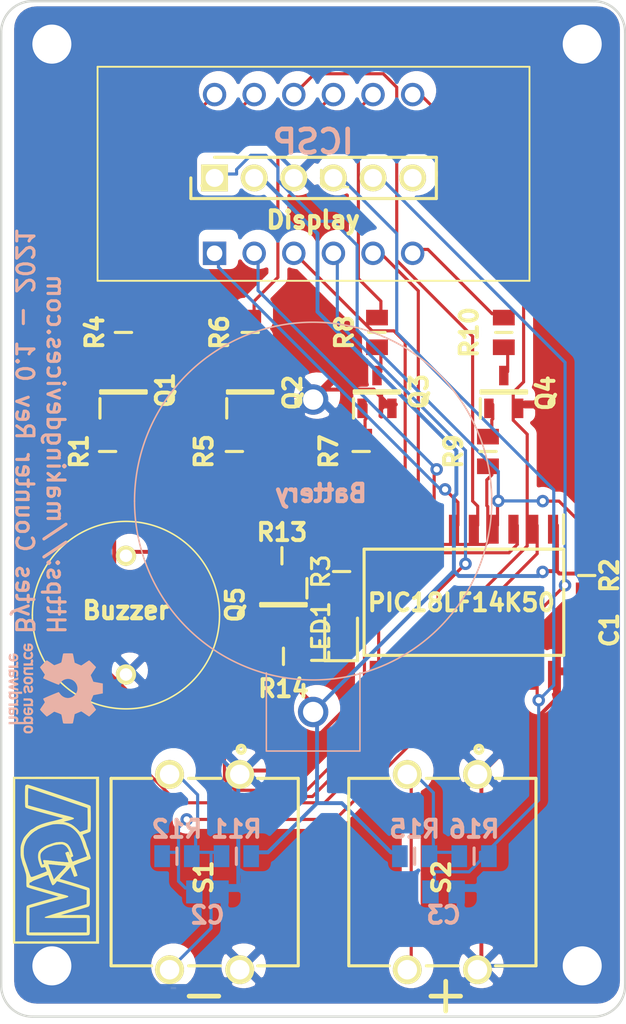
<source format=kicad_pcb>
(kicad_pcb (version 20171130) (host pcbnew "(5.1.10)-1")
  (layers (0 F.Cu signal hide) (31 B.Cu signal hide) (34 B.Paste user) (35 F.Paste user) (36 B.SilkS user) (37 F.SilkS user) (38 B.Mask user) (39 F.Mask user) (44 Edge.Cuts user))
  (net 0 "")
  (net 1 gnd)
  (net 2 +3V)
  (net 3 /B_2)
  (net 4 /B_1)
  (net 5 "Net-(IC1-Pad17)")
  (net 6 /D_a)
  (net 7 /D_b)
  (net 8 /D_c)
  (net 9 /C_1)
  (net 10 /C_2)
  (net 11 /C_3)
  (net 12 /C_4)
  (net 13 /D_dp)
  (net 14 /D_g)
  (net 15 /D_d)
  (net 16 /D_e)
  (net 17 /D_f)
  (net 18 "Net-(IC1-Pad3)")
  (net 19 /C_Buzzer)
  (net 20 "Net-(LED1-Pad2)")
  (net 21 "Net-(LS1-Pad1)")
  (net 22 "Net-(Q1-Pad3)")
  (net 23 "Net-(Q1-Pad1)")
  (net 24 "Net-(Q2-Pad3)")
  (net 25 "Net-(Q2-Pad1)")
  (net 26 "Net-(Q3-Pad3)")
  (net 27 "Net-(Q3-Pad1)")
  (net 28 "Net-(Q4-Pad3)")
  (net 29 "Net-(Q4-Pad1)")
  (net 30 "Net-(Q5-Pad3)")
  (net 31 "Net-(Q5-Pad1)")
  (net 32 /CC_1)
  (net 33 /CC_2)
  (net 34 /CC_3)
  (net 35 /CC_4)
  (net 36 "Net-(R11-Pad1)")
  (net 37 "Net-(R15-Pad1)")
  (net 38 /MCLR)
  (net 39 "Net-(J1-Pad6)")
  (module Symbol:OSHW-Logo_5.7x6mm_SilkScreen (layer B.Cu) (at 104.25 70.25 90)
    (fp_text reference REF** hide)
    (fp_text value OSHW-Logo_5.7x6mm_SilkScreen hide)
  )
  (module MDV:logo_MDV_3 (layer F.Cu) (at 104.25 81.25 90)
    (fp_text reference G*** hide)
    (fp_text value LOGO hide)
  )
  (module SamacSys_Parts:B3F-4000 (layer F.Cu) (at 113.796 81.998 90)
    (fp_text reference S1 (at -0.33 -0.055 90) (layer F.SilkS) (effects (font (size 1.1 1.1) (thickness 0.254))))
    (fp_text value B3F-4050-SamacSys_Parts hide)
    (pad 4 thru_hole circle (at -6.25 -2.25 180) (size 1.85 1.85) (drill 1.25) (layers *.Cu *.Mask F.SilkS) (net 36 "Net-(R11-Pad1)"))
    (pad 3 thru_hole circle (at 6.25 -2.25 180) (size 1.85 1.85) (drill 1.25) (layers *.Cu *.Mask F.SilkS) (net 36 "Net-(R11-Pad1)"))
    (pad 2 thru_hole circle (at -6.25 2.25 180) (size 1.85 1.85) (drill 1.25) (layers *.Cu *.Mask F.SilkS) (net 1 gnd))
    (pad 1 thru_hole circle (at 6.25 2.25 180) (size 1.85 1.85) (drill 1.25) (layers *.Cu *.Mask F.SilkS) (net 1 gnd))
  )
  (module SamacSys_Parts:B3F-4000 (layer F.Cu) (at 129.036 81.998 90)
    (fp_text reference S2 (at -0.33 -0.055 90) (layer F.SilkS) (effects (font (size 1.1 1.1) (thickness 0.254))))
    (fp_text value B3F-4050-SamacSys_Parts hide)
    (pad 4 thru_hole circle (at -6.25 -2.25 180) (size 1.85 1.85) (drill 1.25) (layers *.Cu *.Mask F.SilkS) (net 37 "Net-(R15-Pad1)"))
    (pad 3 thru_hole circle (at 6.25 -2.25 180) (size 1.85 1.85) (drill 1.25) (layers *.Cu *.Mask F.SilkS) (net 37 "Net-(R15-Pad1)"))
    (pad 2 thru_hole circle (at -6.25 2.25 180) (size 1.85 1.85) (drill 1.25) (layers *.Cu *.Mask F.SilkS) (net 1 gnd))
    (pad 1 thru_hole circle (at 6.25 2.25 180) (size 1.85 1.85) (drill 1.25) (layers *.Cu *.Mask F.SilkS) (net 1 gnd))
  )
  (module SamacSys_Parts_2:CH0752032 (layer B.Cu) (at 120.75 71.75)
    (fp_text reference U2 hide)
    (fp_text value CH075-2032 hide)
    (pad 2 thru_hole circle (at 0 -20) (size 1.95 1.95) (drill 1.3) (layers *.Cu *.Mask) (net 1 gnd))
    (pad 1 thru_hole circle (at 0 0) (size 1.95 1.95) (drill 1.3) (layers *.Cu *.Mask) (net 2 +3V))
  )
  (module Display_7Segment:CA56-12EWA (layer F.Cu) (at 114.43 42.39 90)
    (fp_text reference U1 (at 4.74 7.67) (layer F.SilkS) (effects (font (size 1.1 1.1))))
    (fp_text value CC56-12EWA)
    (pad 12 thru_hole circle (at 10.16 0 90) (size 1.5 1.5) (drill 1) (layers *.Cu *.Mask) (net 32 /CC_1))
    (pad 11 thru_hole circle (at 10.16 2.54 90) (size 1.5 1.5) (drill 1) (layers *.Cu *.Mask) (net 6 /D_a))
    (pad 10 thru_hole circle (at 10.16 5.08 90) (size 1.5 1.5) (drill 1) (layers *.Cu *.Mask) (net 17 /D_f))
    (pad 9 thru_hole circle (at 10.16 7.62 90) (size 1.5 1.5) (drill 1) (layers *.Cu *.Mask) (net 33 /CC_2))
    (pad 8 thru_hole circle (at 10.16 10.16 90) (size 1.5 1.5) (drill 1) (layers *.Cu *.Mask) (net 34 /CC_3))
    (pad 7 thru_hole circle (at 10.16 12.7 90) (size 1.5 1.5) (drill 1) (layers *.Cu *.Mask) (net 7 /D_b))
    (pad 6 thru_hole circle (at 0 12.7 90) (size 1.5 1.5) (drill 1) (layers *.Cu *.Mask) (net 35 /CC_4))
    (pad 5 thru_hole circle (at 0 10.16 90) (size 1.5 1.5) (drill 1) (layers *.Cu *.Mask) (net 14 /D_g))
    (pad 4 thru_hole circle (at 0 7.62 90) (size 1.5 1.5) (drill 1) (layers *.Cu *.Mask) (net 8 /D_c))
    (pad 3 thru_hole circle (at 0 5.08 90) (size 1.5 1.5) (drill 1) (layers *.Cu *.Mask) (net 13 /D_dp))
    (pad 2 thru_hole circle (at 0 2.54 90) (size 1.5 1.5) (drill 1) (layers *.Cu *.Mask) (net 15 /D_d))
    (pad 1 thru_hole rect (at 0 0 90) (size 1.5 1.5) (drill 1) (layers *.Cu *.Mask) (net 16 /D_e))
  )
  (module SamacSys_Parts:RESC2012X65N (layer B.Cu) (at 131.068 80.982)
    (fp_text reference R16 (at 0 -1.732) (layer B.SilkS) (effects (font (size 1.1 1.1) (thickness 0.254)) (justify mirror)))
    (fp_text value 10k hide)
    (pad 2 smd rect (at 0.95 0) (size 1 1.4) (layers B.Cu B.Paste B.Mask) (net 4 /B_1))
    (pad 1 smd rect (at -0.95 0) (size 1 1.4) (layers B.Cu B.Paste B.Mask) (net 37 "Net-(R15-Pad1)"))
  )
  (module SamacSys_Parts:RESC2012X65N (layer B.Cu) (at 127.258 80.982 180)
    (fp_text reference R15 (at 0 1.732 180) (layer B.SilkS) (effects (font (size 1.1 1.1) (thickness 0.254)) (justify mirror)))
    (fp_text value 10k hide)
    (pad 2 smd rect (at 0.95 0 180) (size 1 1.4) (layers B.Cu B.Paste B.Mask) (net 2 +3V))
    (pad 1 smd rect (at -0.95 0 180) (size 1 1.4) (layers B.Cu B.Paste B.Mask) (net 37 "Net-(R15-Pad1)"))
  )
  (module SamacSys_Parts:RESC2012X65N (layer F.Cu) (at 118.846 68.186)
    (fp_text reference R14 (at 0 2.064) (layer F.SilkS) (effects (font (size 1.1 1.1) (thickness 0.254))))
    (fp_text value 220 hide)
    (pad 2 smd rect (at 0.95 0) (size 1 1.4) (layers F.Cu F.Paste F.Mask) (net 30 "Net-(Q5-Pad3)"))
    (pad 1 smd rect (at -0.95 0) (size 1 1.4) (layers F.Cu F.Paste F.Mask) (net 2 +3V))
  )
  (module SamacSys_Parts:RESC2012X65N (layer F.Cu) (at 118.75 61.75)
    (fp_text reference R13 (at 0 -1.5) (layer F.SilkS) (effects (font (size 1.1 1.1) (thickness 0.254))))
    (fp_text value 4k7 hide)
    (pad 2 smd rect (at 0.95 0) (size 1 1.4) (layers F.Cu F.Paste F.Mask) (net 31 "Net-(Q5-Pad1)"))
    (pad 1 smd rect (at -0.95 0) (size 1 1.4) (layers F.Cu F.Paste F.Mask) (net 19 /C_Buzzer))
  )
  (module SamacSys_Parts:RESC2012X65N (layer B.Cu) (at 112.018 80.982 180)
    (fp_text reference R12 (at 0 1.732) (layer B.SilkS) (effects (font (size 1.1 1.1) (thickness 0.254)) (justify mirror)))
    (fp_text value 10k hide)
    (pad 2 smd rect (at 0.95 0 180) (size 1 1.4) (layers B.Cu B.Paste B.Mask) (net 3 /B_2))
    (pad 1 smd rect (at -0.95 0 180) (size 1 1.4) (layers B.Cu B.Paste B.Mask) (net 36 "Net-(R11-Pad1)"))
  )
  (module SamacSys_Parts:RESC2012X65N (layer B.Cu) (at 115.828 80.982)
    (fp_text reference R11 (at 0 -1.732 180) (layer B.SilkS) (effects (font (size 1.1 1.1) (thickness 0.254)) (justify mirror)))
    (fp_text value 10k hide)
    (pad 2 smd rect (at 0.95 0) (size 1 1.4) (layers B.Cu B.Paste B.Mask) (net 2 +3V))
    (pad 1 smd rect (at -0.95 0) (size 1 1.4) (layers B.Cu B.Paste B.Mask) (net 36 "Net-(R11-Pad1)"))
  )
  (module SamacSys_Parts:RESC2012X65N (layer F.Cu) (at 132.972 47.454 90)
    (fp_text reference R10 (at 0 -2.222 270) (layer F.SilkS) (effects (font (size 1.1 1.1) (thickness 0.254))))
    (fp_text value 220 hide)
    (pad 2 smd rect (at 0.95 0 90) (size 1 1.4) (layers F.Cu F.Paste F.Mask) (net 35 /CC_4))
    (pad 1 smd rect (at -0.95 0 90) (size 1 1.4) (layers F.Cu F.Paste F.Mask) (net 28 "Net-(Q4-Pad3)"))
  )
  (module SamacSys_Parts:RESC2012X65N (layer F.Cu) (at 131.956 55.074 90)
    (fp_text reference R9 (at 0 -2.206 90) (layer F.SilkS) (effects (font (size 1.1 1.1) (thickness 0.254))))
    (fp_text value 4k7 hide)
    (pad 2 smd rect (at 0.95 0 90) (size 1 1.4) (layers F.Cu F.Paste F.Mask) (net 29 "Net-(Q4-Pad1)"))
    (pad 1 smd rect (at -0.95 0 90) (size 1 1.4) (layers F.Cu F.Paste F.Mask) (net 12 /C_4))
  )
  (module SamacSys_Parts:RESC2012X65N (layer F.Cu) (at 124.844 47.454 90)
    (fp_text reference R8 (at 0 -2.094 90) (layer F.SilkS) (effects (font (size 1.1 1.1) (thickness 0.254))))
    (fp_text value 220 hide)
    (pad 2 smd rect (at 0.95 0 90) (size 1 1.4) (layers F.Cu F.Paste F.Mask) (net 34 /CC_3))
    (pad 1 smd rect (at -0.95 0 90) (size 1 1.4) (layers F.Cu F.Paste F.Mask) (net 26 "Net-(Q3-Pad3)"))
  )
  (module SamacSys_Parts:RESC2012X65N (layer F.Cu) (at 123.828 55.074 90)
    (fp_text reference R7 (at 0 -2.078 90) (layer F.SilkS) (effects (font (size 1.1 1.1) (thickness 0.254))))
    (fp_text value 4k7 hide)
    (pad 2 smd rect (at 0.95 0 90) (size 1 1.4) (layers F.Cu F.Paste F.Mask) (net 27 "Net-(Q3-Pad1)"))
    (pad 1 smd rect (at -0.95 0 90) (size 1 1.4) (layers F.Cu F.Paste F.Mask) (net 11 /C_3))
  )
  (module SamacSys_Parts:RESC2012X65N (layer F.Cu) (at 116.716 47.454 90)
    (fp_text reference R6 (at 0 -1.966 90) (layer F.SilkS) (effects (font (size 1.1 1.1) (thickness 0.254))))
    (fp_text value 220 hide)
    (pad 2 smd rect (at 0.95 0 90) (size 1 1.4) (layers F.Cu F.Paste F.Mask) (net 33 /CC_2))
    (pad 1 smd rect (at -0.95 0 90) (size 1 1.4) (layers F.Cu F.Paste F.Mask) (net 24 "Net-(Q2-Pad3)"))
  )
  (module SamacSys_Parts:RESC2012X65N (layer F.Cu) (at 115.7 55.074 90)
    (fp_text reference R5 (at 0 -1.95 90) (layer F.SilkS) (effects (font (size 1.1 1.1) (thickness 0.254))))
    (fp_text value 4k7 hide)
    (pad 2 smd rect (at 0.95 0 90) (size 1 1.4) (layers F.Cu F.Paste F.Mask) (net 25 "Net-(Q2-Pad1)"))
    (pad 1 smd rect (at -0.95 0 90) (size 1 1.4) (layers F.Cu F.Paste F.Mask) (net 10 /C_2))
  )
  (module SamacSys_Parts:RESC2012X65N (layer F.Cu) (at 108.588 47.454 90)
    (fp_text reference R4 (at 0 -1.838 90) (layer F.SilkS) (effects (font (size 1.1 1.1) (thickness 0.254))))
    (fp_text value 220 hide)
    (pad 2 smd rect (at 0.95 0 90) (size 1 1.4) (layers F.Cu F.Paste F.Mask) (net 32 /CC_1))
    (pad 1 smd rect (at -0.95 0 90) (size 1 1.4) (layers F.Cu F.Paste F.Mask) (net 22 "Net-(Q1-Pad3)"))
  )
  (module SamacSys_Parts:RESC2012X65N (layer F.Cu) (at 122.576 62.759 270)
    (fp_text reference R3 (at 0 1.326 90) (layer F.SilkS) (effects (font (size 1.1 1.1) (thickness 0.2))))
    (fp_text value 220 hide)
    (pad 2 smd rect (at 0.95 0 270) (size 1 1.4) (layers F.Cu F.Paste F.Mask) (net 20 "Net-(LED1-Pad2)"))
    (pad 1 smd rect (at -0.95 0 270) (size 1 1.4) (layers F.Cu F.Paste F.Mask) (net 18 "Net-(IC1-Pad3)"))
  )
  (module SamacSys_Parts:RESC2012X65N (layer F.Cu) (at 138.29 63.014 90)
    (fp_text reference R2 (at 0 1.46 270) (layer F.SilkS) (effects (font (size 1.1 1.1) (thickness 0.254))))
    (fp_text value 10k hide)
    (pad 2 smd rect (at 0.95 0 90) (size 1 1.4) (layers F.Cu F.Paste F.Mask) (net 38 /MCLR))
    (pad 1 smd rect (at -0.95 0 90) (size 1 1.4) (layers F.Cu F.Paste F.Mask) (net 2 +3V))
  )
  (module SamacSys_Parts:RESC2012X65N (layer F.Cu) (at 107.572 55.074 90)
    (fp_text reference R1 (at 0 -1.822 270) (layer F.SilkS) (effects (font (size 1.1 1.1) (thickness 0.254))))
    (fp_text value 4k7 hide)
    (pad 2 smd rect (at 0.95 0 90) (size 1 1.4) (layers F.Cu F.Paste F.Mask) (net 23 "Net-(Q1-Pad1)"))
    (pad 1 smd rect (at -0.95 0 90) (size 1 1.4) (layers F.Cu F.Paste F.Mask) (net 9 /C_1))
  )
  (module SamacSys_Parts:SOT96P237X111-3N (layer F.Cu) (at 118.846 64.884 270)
    (fp_text reference Q5 (at 0 3.096 270) (layer F.SilkS) (effects (font (size 1.1 1.1) (thickness 0.254))))
    (fp_text value SMMBT5551LT1G hide)
    (pad 3 smd rect (at 1.05 0) (size 0.6 1.25) (layers F.Cu F.Paste F.Mask) (net 30 "Net-(Q5-Pad3)"))
    (pad 2 smd rect (at -1.05 0.955) (size 0.6 1.25) (layers F.Cu F.Paste F.Mask) (net 21 "Net-(LS1-Pad1)"))
    (pad 1 smd rect (at -1.05 -0.955) (size 0.6 1.25) (layers F.Cu F.Paste F.Mask) (net 31 "Net-(Q5-Pad1)"))
  )
  (module SamacSys_Parts:SOT96P237X111-3N (layer F.Cu) (at 132.972 51.264 90)
    (fp_text reference Q4 (at -0.0762 2.6924 90) (layer F.SilkS) (effects (font (size 1.1 1.1) (thickness 0.254))))
    (fp_text value SMMBT5551LT1G hide)
    (pad 3 smd rect (at 1.05 0 180) (size 0.6 1.25) (layers F.Cu F.Paste F.Mask) (net 28 "Net-(Q4-Pad3)"))
    (pad 2 smd rect (at -1.05 0.955 180) (size 0.6 1.25) (layers F.Cu F.Paste F.Mask) (net 1 gnd))
    (pad 1 smd rect (at -1.05 -0.955 180) (size 0.6 1.25) (layers F.Cu F.Paste F.Mask) (net 29 "Net-(Q4-Pad1)"))
  )
  (module SamacSys_Parts:SOT96P237X111-3N (layer F.Cu) (at 124.844 51.264 90)
    (fp_text reference Q3 (at 0.0254 2.6924 270) (layer F.SilkS) (effects (font (size 1.1 1.1) (thickness 0.254))))
    (fp_text value SMMBT5551LT1G hide)
    (pad 3 smd rect (at 1.05 0 180) (size 0.6 1.25) (layers F.Cu F.Paste F.Mask) (net 26 "Net-(Q3-Pad3)"))
    (pad 2 smd rect (at -1.05 0.955 180) (size 0.6 1.25) (layers F.Cu F.Paste F.Mask) (net 1 gnd))
    (pad 1 smd rect (at -1.05 -0.955 180) (size 0.6 1.25) (layers F.Cu F.Paste F.Mask) (net 27 "Net-(Q3-Pad1)"))
  )
  (module SamacSys_Parts:SOT96P237X111-3N (layer F.Cu) (at 116.716 51.264 90)
    (fp_text reference Q2 (at -0.0422 2.7178 270) (layer F.SilkS) (effects (font (size 1.1 1.1) (thickness 0.254))))
    (fp_text value SMMBT5551LT1G hide)
    (pad 3 smd rect (at 1.05 0 180) (size 0.6 1.25) (layers F.Cu F.Paste F.Mask) (net 24 "Net-(Q2-Pad3)"))
    (pad 2 smd rect (at -1.05 0.955 180) (size 0.6 1.25) (layers F.Cu F.Paste F.Mask) (net 1 gnd))
    (pad 1 smd rect (at -1.05 -0.955 180) (size 0.6 1.25) (layers F.Cu F.Paste F.Mask) (net 25 "Net-(Q2-Pad1)"))
  )
  (module SamacSys_Parts:SOT96P237X111-3N (layer F.Cu) (at 108.588 51.264 90)
    (fp_text reference Q1 (at 0.1184 2.6822 270) (layer F.SilkS) (effects (font (size 1.1 1.1) (thickness 0.254))))
    (fp_text value SMMBT5551LT1G hide)
    (pad 3 smd rect (at 1.05 0 180) (size 0.6 1.25) (layers F.Cu F.Paste F.Mask) (net 22 "Net-(Q1-Pad3)"))
    (pad 2 smd rect (at -1.05 0.955 180) (size 0.6 1.25) (layers F.Cu F.Paste F.Mask) (net 1 gnd))
    (pad 1 smd rect (at -1.05 -0.955 180) (size 0.6 1.25) (layers F.Cu F.Paste F.Mask) (net 23 "Net-(Q1-Pad1)"))
  )
  (module SamacSys_Parts:TMB12A05 (layer F.Cu) (at 108.75 61.75 180)
    (fp_text reference LS1 hide)
    (fp_text value TMB12A05 hide)
    (pad 2 thru_hole circle (at 0 -7.6 270) (size 1.3 1.3) (drill 0.8) (layers *.Cu *.Mask F.SilkS) (net 1 gnd))
    (pad 1 thru_hole circle (at 0 0 270) (size 1.3 1.3) (drill 0.8) (layers *.Cu *.Mask F.SilkS) (net 21 "Net-(LS1-Pad1)"))
  )
  (module SamacSys_Parts:LEDC2012X90N (layer F.Cu) (at 122.542 66.692 90)
    (fp_text reference LED1 (at 0 -1.292 90) (layer F.SilkS) (effects (font (size 1.1 1.1) (thickness 0.2))))
    (fp_text value LTST-C171GKT hide)
    (pad 2 smd rect (at 0.95 0 90) (size 0.95 1.4) (layers F.Cu F.Paste F.Mask) (net 20 "Net-(LED1-Pad2)"))
    (pad 1 smd rect (at -0.95 0 90) (size 0.95 1.4) (layers F.Cu F.Paste F.Mask) (net 1 gnd))
  )
  (module SamacSys_Parts:HDRV6W66P0X254_1X6_1524X254X874P (layer F.Cu) (at 114.43 37.564)
    (fp_text reference J1 (at 0 0) (layer F.SilkS) (effects (font (size 1.1 1.1) (thickness 0.254))))
    (fp_text value Pickit hide)
    (pad 6 thru_hole circle (at 12.7 0 90) (size 1.725 1.725) (drill 1.15) (layers *.Cu *.Mask F.SilkS) (net 39 "Net-(J1-Pad6)"))
    (pad 5 thru_hole circle (at 10.16 0 90) (size 1.725 1.725) (drill 1.15) (layers *.Cu *.Mask F.SilkS) (net 3 /B_2))
    (pad 4 thru_hole circle (at 7.62 0 90) (size 1.725 1.725) (drill 1.15) (layers *.Cu *.Mask F.SilkS) (net 4 /B_1))
    (pad 3 thru_hole circle (at 5.08 0 90) (size 1.725 1.725) (drill 1.15) (layers *.Cu *.Mask F.SilkS) (net 1 gnd))
    (pad 2 thru_hole circle (at 2.54 0 90) (size 1.725 1.725) (drill 1.15) (layers *.Cu *.Mask F.SilkS) (net 2 +3V))
    (pad 1 thru_hole rect (at 0 0 90) (size 1.725 1.725) (drill 1.15) (layers *.Cu *.Mask F.SilkS) (net 38 /MCLR))
  )
  (module SamacSys_Parts_2:SOIC127P1030X265-20N (layer F.Cu) (at 130.416 64.726 270)
    (fp_text reference IC1 hide)
    (fp_text value PIC18LF14K50-I_SO hide)
    (pad 20 smd rect (at 4.675 -5.715) (size 0.65 1.85) (layers F.Cu F.Paste F.Mask) (net 1 gnd))
    (pad 19 smd rect (at 4.675 -4.445) (size 0.65 1.85) (layers F.Cu F.Paste F.Mask) (net 4 /B_1))
    (pad 18 smd rect (at 4.675 -3.175) (size 0.65 1.85) (layers F.Cu F.Paste F.Mask) (net 3 /B_2))
    (pad 17 smd rect (at 4.675 -1.905) (size 0.65 1.85) (layers F.Cu F.Paste F.Mask) (net 5 "Net-(IC1-Pad17)"))
    (pad 16 smd rect (at 4.675 -0.635) (size 0.65 1.85) (layers F.Cu F.Paste F.Mask) (net 6 /D_a))
    (pad 15 smd rect (at 4.675 0.635) (size 0.65 1.85) (layers F.Cu F.Paste F.Mask) (net 7 /D_b))
    (pad 14 smd rect (at 4.675 1.905) (size 0.65 1.85) (layers F.Cu F.Paste F.Mask) (net 8 /D_c))
    (pad 13 smd rect (at 4.675 3.175) (size 0.65 1.85) (layers F.Cu F.Paste F.Mask) (net 9 /C_1))
    (pad 12 smd rect (at 4.675 4.445) (size 0.65 1.85) (layers F.Cu F.Paste F.Mask) (net 10 /C_2))
    (pad 11 smd rect (at 4.675 5.715) (size 0.65 1.85) (layers F.Cu F.Paste F.Mask) (net 11 /C_3))
    (pad 10 smd rect (at -4.675 5.715) (size 0.65 1.85) (layers F.Cu F.Paste F.Mask) (net 12 /C_4))
    (pad 9 smd rect (at -4.675 4.445) (size 0.65 1.85) (layers F.Cu F.Paste F.Mask) (net 13 /D_dp))
    (pad 8 smd rect (at -4.675 3.175) (size 0.65 1.85) (layers F.Cu F.Paste F.Mask) (net 14 /D_g))
    (pad 7 smd rect (at -4.675 1.905) (size 0.65 1.85) (layers F.Cu F.Paste F.Mask) (net 15 /D_d))
    (pad 6 smd rect (at -4.675 0.635) (size 0.65 1.85) (layers F.Cu F.Paste F.Mask) (net 16 /D_e))
    (pad 5 smd rect (at -4.675 -0.635) (size 0.65 1.85) (layers F.Cu F.Paste F.Mask) (net 17 /D_f))
    (pad 4 smd rect (at -4.675 -1.905) (size 0.65 1.85) (layers F.Cu F.Paste F.Mask) (net 38 /MCLR))
    (pad 3 smd rect (at -4.675 -3.175) (size 0.65 1.85) (layers F.Cu F.Paste F.Mask) (net 18 "Net-(IC1-Pad3)"))
    (pad 2 smd rect (at -4.675 -4.445) (size 0.65 1.85) (layers F.Cu F.Paste F.Mask) (net 19 /C_Buzzer))
    (pad 1 smd rect (at -4.675 -5.715) (size 0.65 1.85) (layers F.Cu F.Paste F.Mask) (net 2 +3V))
  )
  (module SamacSys_Parts:CAPC2012X145N (layer B.Cu) (at 129.114 83.268)
    (fp_text reference C3 (at 0 1.482) (layer B.SilkS) (effects (font (size 1.1 1.1) (thickness 0.254)) (justify mirror)))
    (fp_text value 100nF hide)
    (pad 2 smd rect (at 0.84 0) (size 1.05 1.47) (layers B.Cu B.Paste B.Mask) (net 1 gnd))
    (pad 1 smd rect (at -0.84 0) (size 1.05 1.47) (layers B.Cu B.Paste B.Mask) (net 4 /B_1))
  )
  (module SamacSys_Parts:CAPC2012X145N (layer B.Cu) (at 113.972 83.268)
    (fp_text reference C2 (at 0 1.482) (layer B.SilkS) (effects (font (size 1.1 1.1) (thickness 0.254)) (justify mirror)))
    (fp_text value 100nF hide)
    (pad 2 smd rect (at 0.84 0) (size 1.05 1.47) (layers B.Cu B.Paste B.Mask) (net 1 gnd))
    (pad 1 smd rect (at -0.84 0) (size 1.05 1.47) (layers B.Cu B.Paste B.Mask) (net 3 /B_2))
  )
  (module SamacSys_Parts:CAPC2012X145N (layer F.Cu) (at 138.29 66.504 270)
    (fp_text reference C1 (at 0 -1.46 270) (layer F.SilkS) (effects (font (size 1.1 1.1) (thickness 0.254))))
    (fp_text value 100nF hide)
    (pad 2 smd rect (at 0.84 0 270) (size 1.05 1.47) (layers F.Cu F.Paste F.Mask) (net 1 gnd))
    (pad 1 smd rect (at -0.84 0 270) (size 1.05 1.47) (layers F.Cu F.Paste F.Mask) (net 2 +3V))
  )
  (gr_text "Bytes Counter Rev 0.1 - 2021" (at 102.25 53.75 270) (layer B.SilkS) (effects (font (size 1.1 1.1) (thickness 0.2)) (justify mirror)))
  (gr_text Https://makingdevices.com (at 104.25 55.25 270) (layer B.SilkS) (effects (font (size 1.1 1.1) (thickness 0.2)) (justify mirror)))
  (gr_text ICSP (at 120.75 35.25) (layer B.SilkS) (effects (font (size 1.5 1.5) (thickness 0.3)) (justify mirror)))
  (gr_text Battery (at 121.25 57.75) (layer B.SilkS) (effects (font (size 1.1 1.1) (thickness 0.3)) (justify mirror)))
  (gr_text - (at 113.75 89.75) (layer F.SilkS) (effects (font (size 2.5 2.5) (thickness 0.3))))
  (gr_text + (at 129.25 89.75) (layer F.SilkS) (effects (font (size 2.5 2.5) (thickness 0.3))))
  (gr_text Display (at 120.75 40.25) (layer F.SilkS) (effects (font (size 1.1 1.1) (thickness 0.3))))
  (gr_text PIC18LF14K50 (at 130.25 64.75) (layer F.SilkS) (effects (font (size 1.1 1.1) (thickness 0.25))))
  (gr_text Buzzer (at 108.75 65.25) (layer F.SilkS) (effects (font (size 1.1 1.1) (thickness 0.3))))
  (gr_arc (start 138.75 89.25) (end 138.75 91.25) (angle -90) (layer Edge.Cuts) (width 0.15))
  (gr_arc (start 102.75 89.25) (end 100.75 89.25) (angle -90) (layer Edge.Cuts) (width 0.15))
  (gr_arc (start 102.75 28.25) (end 102.75 26.25) (angle -90) (layer Edge.Cuts) (width 0.15))
  (gr_arc (start 138.75 28.25) (end 140.75 28.25) (angle -90) (layer Edge.Cuts) (width 0.15))
  (gr_line (start 100.75 89.25) (end 100.75 28.25) (layer Edge.Cuts) (width 0.15))
  (gr_line (start 138.75 91.25) (end 102.75 91.25) (layer Edge.Cuts) (width 0.15))
  (gr_line (start 140.75 28.25) (end 140.75 89.25) (layer Edge.Cuts) (width 0.15))
  (gr_line (start 102.75 26.25) (end 138.75 26.25) (layer Edge.Cuts) (width 0.15))
  (segment (start 117.628 86.666) (end 116.296 87.998) (width 0.25) (layer B.Cu) (net 1))
  (segment (start 130.204 86.666) (end 117.628 86.666) (width 0.25) (layer B.Cu) (net 1))
  (segment (start 117.628 86.666) (end 117.628 84.7337) (width 0.25) (layer B.Cu) (net 1))
  (segment (start 117.628 84.7337) (end 115.9123 83.018) (width 0.25) (layer B.Cu) (net 1))
  (segment (start 115.9534 75.8406) (end 116.296 75.498) (width 0.25) (layer B.Cu) (net 1))
  (segment (start 109 69.1) (end 109.2128 69.1) (width 0.25) (layer B.Cu) (net 1))
  (segment (start 109.2128 69.1) (end 115.9534 75.8406) (width 0.25) (layer B.Cu) (net 1))
  (segment (start 115.9123 83.018) (end 115.9534 82.9769) (width 0.25) (layer B.Cu) (net 1))
  (segment (start 115.9534 82.9769) (end 115.9534 75.8406) (width 0.25) (layer B.Cu) (net 1))
  (segment (start 115.8202 83.018) (end 115.9123 83.018) (width 0.25) (layer B.Cu) (net 1))
  (segment (start 115.062 83.018) (end 115.8202 83.018) (width 0.25) (layer B.Cu) (net 1))
  (segment (start 130.204 86.666) (end 130.204 83.018) (width 0.25) (layer B.Cu) (net 1))
  (segment (start 131.536 87.998) (end 130.204 86.666) (width 0.25) (layer B.Cu) (net 1))
  (segment (start 117.921 52.064) (end 117.2957 52.064) (width 0.25) (layer F.Cu) (net 1))
  (segment (start 109.793 52.064) (end 110.4183 52.064) (width 0.25) (layer F.Cu) (net 1))
  (segment (start 110.4183 52.064) (end 111.3711 51.1112) (width 0.25) (layer F.Cu) (net 1))
  (segment (start 111.3711 51.1112) (end 116.4992 51.1112) (width 0.25) (layer F.Cu) (net 1))
  (segment (start 116.4992 51.1112) (end 117.2957 51.9077) (width 0.25) (layer F.Cu) (net 1))
  (segment (start 117.2957 51.9077) (end 117.2957 52.064) (width 0.25) (layer F.Cu) (net 1))
  (segment (start 109 69.1) (end 107.9972 68.0972) (width 0.25) (layer F.Cu) (net 1))
  (segment (start 107.9972 68.0972) (end 107.9972 59.4206) (width 0.25) (layer F.Cu) (net 1))
  (segment (start 107.9972 59.4206) (end 109.793 57.6248) (width 0.25) (layer F.Cu) (net 1))
  (segment (start 109.793 57.6248) (end 109.793 52.064) (width 0.25) (layer F.Cu) (net 1))
  (segment (start 136.381 69.151) (end 136.381 70.8555) (width 0.25) (layer F.Cu) (net 1))
  (segment (start 136.381 70.8555) (end 131.7385 75.498) (width 0.25) (layer F.Cu) (net 1))
  (segment (start 131.7385 75.498) (end 131.536 75.498) (width 0.25) (layer F.Cu) (net 1))
  (segment (start 136.381 68.6384) (end 136.381 69.151) (width 0.25) (layer F.Cu) (net 1))
  (segment (start 121 51.5) (end 121.3868 51.1132) (width 0.25) (layer F.Cu) (net 1))
  (segment (start 121.3868 51.1132) (end 124.6292 51.1132) (width 0.25) (layer F.Cu) (net 1))
  (segment (start 124.6292 51.1132) (end 125.4237 51.9077) (width 0.25) (layer F.Cu) (net 1))
  (segment (start 125.4237 51.9077) (end 125.4237 52.064) (width 0.25) (layer F.Cu) (net 1))
  (segment (start 121 51.5) (end 119.1103 51.5) (width 0.25) (layer F.Cu) (net 1))
  (segment (start 119.1103 51.5) (end 118.5463 52.064) (width 0.25) (layer F.Cu) (net 1))
  (segment (start 126.049 52.064) (end 125.4237 52.064) (width 0.25) (layer F.Cu) (net 1))
  (segment (start 119.76 37.314) (end 116.7877 34.3417) (width 0.25) (layer B.Cu) (net 1))
  (segment (start 116.7877 34.3417) (end 109.3417 34.3417) (width 0.25) (layer B.Cu) (net 1))
  (segment (start 109.3417 34.3417) (end 104 29) (width 0.25) (layer B.Cu) (net 1))
  (segment (start 138 29) (end 131.0805 35.9195) (width 0.25) (layer B.Cu) (net 1))
  (segment (start 131.0805 35.9195) (end 121.1545 35.9195) (width 0.25) (layer B.Cu) (net 1))
  (segment (start 121.1545 35.9195) (end 119.76 37.314) (width 0.25) (layer B.Cu) (net 1))
  (segment (start 117.921 52.064) (end 118.5463 52.064) (width 0.25) (layer F.Cu) (net 1))
  (segment (start 138 88) (end 131.538 88) (width 0.25) (layer B.Cu) (net 1))
  (segment (start 131.538 88) (end 131.536 87.998) (width 0.25) (layer B.Cu) (net 1))
  (segment (start 139.6003 67.094) (end 139.6003 56.862) (width 0.25) (layer F.Cu) (net 1))
  (segment (start 139.6003 56.862) (end 134.8023 52.064) (width 0.25) (layer F.Cu) (net 1))
  (segment (start 116.296 87.998) (end 115.0019 89.2921) (width 0.25) (layer B.Cu) (net 1))
  (segment (start 115.0019 89.2921) (end 105.2921 89.2921) (width 0.25) (layer B.Cu) (net 1))
  (segment (start 105.2921 89.2921) (end 104 88) (width 0.25) (layer B.Cu) (net 1))
  (segment (start 131.536 87.998) (end 131.536 75.498) (width 0.25) (layer F.Cu) (net 1))
  (segment (start 122.792 67.392) (end 122.792 68.1923) (width 0.25) (layer F.Cu) (net 1))
  (segment (start 116.296 75.498) (end 118.86 75.498) (width 0.25) (layer F.Cu) (net 1))
  (segment (start 118.86 75.498) (end 122.792 71.566) (width 0.25) (layer F.Cu) (net 1))
  (segment (start 122.792 71.566) (end 122.792 68.1923) (width 0.25) (layer F.Cu) (net 1))
  (segment (start 138.54 67.094) (end 139.6003 67.094) (width 0.25) (layer F.Cu) (net 1))
  (segment (start 138 29) (end 138 48.8663) (width 0.25) (layer F.Cu) (net 1))
  (segment (start 138 48.8663) (end 134.8023 52.064) (width 0.25) (layer F.Cu) (net 1))
  (segment (start 134.177 52.064) (end 134.8023 52.064) (width 0.25) (layer F.Cu) (net 1))
  (segment (start 136.381 68.6384) (end 136.381 67.9007) (width 0.25) (layer F.Cu) (net 1))
  (segment (start 138.54 67.094) (end 137.4797 67.094) (width 0.25) (layer F.Cu) (net 1))
  (segment (start 137.4797 67.094) (end 136.673 67.9007) (width 0.25) (layer F.Cu) (net 1))
  (segment (start 136.673 67.9007) (end 136.381 67.9007) (width 0.25) (layer F.Cu) (net 1))
  (via (at 138 29) (size 3.75) (drill 2.5) (layers F.Cu B.Cu) (net 1))
  (via (at 138 88) (size 3.75) (drill 2.5) (layers F.Cu B.Cu) (net 1))
  (via (at 104 88) (size 3.75) (drill 2.5) (layers F.Cu B.Cu) (net 1))
  (via (at 104 29) (size 3.75) (drill 2.5) (layers F.Cu B.Cu) (net 1))
  (segment (start 136.381 62.7343) (end 135.511 62.7343) (width 0.25) (layer F.Cu) (net 2))
  (segment (start 135.511 62.7343) (end 135.461 62.7843) (width 0.25) (layer F.Cu) (net 2))
  (segment (start 138.54 62.8887) (end 136.5354 62.8887) (width 0.25) (layer F.Cu) (net 2))
  (segment (start 136.5354 62.8887) (end 136.381 62.7343) (width 0.25) (layer F.Cu) (net 2))
  (segment (start 136.381 62.7343) (end 136.381 61.0513) (width 0.25) (layer F.Cu) (net 2))
  (segment (start 129.7733 62.7267) (end 130.0932 63.0466) (width 0.25) (layer B.Cu) (net 2))
  (segment (start 130.0932 63.0466) (end 135.1987 63.0466) (width 0.25) (layer B.Cu) (net 2))
  (segment (start 135.1987 63.0466) (end 135.461 62.7843) (width 0.25) (layer B.Cu) (net 2))
  (segment (start 129.7733 62.7267) (end 129.7733 57.9626) (width 0.25) (layer B.Cu) (net 2))
  (segment (start 129.7733 57.9626) (end 129.9335 57.8024) (width 0.25) (layer B.Cu) (net 2))
  (segment (start 129.9335 57.8024) (end 129.9335 55.0327) (width 0.25) (layer B.Cu) (net 2))
  (segment (start 129.9335 55.0327) (end 121.03 46.1292) (width 0.25) (layer B.Cu) (net 2))
  (segment (start 121.03 46.1292) (end 121.03 41.124) (width 0.25) (layer B.Cu) (net 2))
  (segment (start 121.03 41.124) (end 117.22 37.314) (width 0.25) (layer B.Cu) (net 2))
  (segment (start 121 71.5) (end 129.7733 62.7267) (width 0.25) (layer B.Cu) (net 2))
  (segment (start 118.146 67.936) (end 118.146 68.9613) (width 0.25) (layer F.Cu) (net 2))
  (segment (start 121 71.5) (end 118.4613 68.9613) (width 0.25) (layer F.Cu) (net 2))
  (segment (start 118.4613 68.9613) (end 118.146 68.9613) (width 0.25) (layer F.Cu) (net 2))
  (segment (start 136.381 59.801) (end 136.381 61.0513) (width 0.25) (layer F.Cu) (net 2))
  (segment (start 138.54 63.714) (end 138.54 62.8887) (width 0.25) (layer F.Cu) (net 2))
  (segment (start 138.54 65.414) (end 138.54 63.714) (width 0.25) (layer F.Cu) (net 2))
  (segment (start 121 77.5853) (end 117.8533 80.732) (width 0.25) (layer B.Cu) (net 2))
  (segment (start 121 71.5) (end 121 77.5853) (width 0.25) (layer B.Cu) (net 2))
  (segment (start 121 77.5853) (end 122.586 77.5853) (width 0.25) (layer B.Cu) (net 2))
  (segment (start 122.586 77.5853) (end 125.7327 80.732) (width 0.25) (layer B.Cu) (net 2))
  (segment (start 126.558 80.732) (end 125.7327 80.732) (width 0.25) (layer B.Cu) (net 2))
  (segment (start 117.028 80.732) (end 117.8533 80.732) (width 0.25) (layer B.Cu) (net 2))
  (via (at 135.461 62.7843) (size 0.8) (layers F.Cu B.Cu) (net 2))
  (segment (start 133.841 69.151) (end 133.841 70.3763) (width 0.2) (layer F.Cu) (net 3))
  (segment (start 112.6446 78.6282) (end 112.1183 79.1545) (width 0.2) (layer B.Cu) (net 3))
  (segment (start 112.1183 79.1545) (end 112.1183 80.732) (width 0.2) (layer B.Cu) (net 3))
  (segment (start 133.841 70.3763) (end 131.0987 73.1186) (width 0.2) (layer F.Cu) (net 3))
  (segment (start 131.0987 73.1186) (end 127.6825 73.1186) (width 0.2) (layer F.Cu) (net 3))
  (segment (start 127.6825 73.1186) (end 122.1729 78.6282) (width 0.2) (layer F.Cu) (net 3))
  (segment (start 122.1729 78.6282) (end 112.6446 78.6282) (width 0.2) (layer F.Cu) (net 3))
  (segment (start 136.9001 63.6381) (end 133.841 66.6972) (width 0.2) (layer F.Cu) (net 3))
  (segment (start 133.841 66.6972) (end 133.841 69.151) (width 0.2) (layer F.Cu) (net 3))
  (segment (start 111.318 80.732) (end 112.1183 80.732) (width 0.2) (layer B.Cu) (net 3))
  (segment (start 113.382 83.018) (end 112.5567 83.018) (width 0.2) (layer B.Cu) (net 3))
  (segment (start 112.5567 83.018) (end 112.1183 82.5796) (width 0.2) (layer B.Cu) (net 3))
  (segment (start 112.1183 82.5796) (end 112.1183 80.732) (width 0.2) (layer B.Cu) (net 3))
  (segment (start 124.84 37.314) (end 136.9001 49.3741) (width 0.2) (layer B.Cu) (net 3))
  (segment (start 136.9001 49.3741) (end 136.9001 63.6381) (width 0.2) (layer B.Cu) (net 3))
  (via (at 112.6446 78.6282) (size 0.8) (layers F.Cu B.Cu) (net 3))
  (via (at 136.9001 63.6381) (size 0.8) (layers F.Cu B.Cu) (net 3))
  (segment (start 122.3 37.314) (end 126.11 41.124) (width 0.2) (layer B.Cu) (net 4))
  (segment (start 126.11 41.124) (end 126.11 47.4625) (width 0.2) (layer B.Cu) (net 4))
  (segment (start 126.11 47.4625) (end 136.1763 57.5288) (width 0.2) (layer B.Cu) (net 4))
  (segment (start 136.1763 57.5288) (end 136.1763 70.0344) (width 0.2) (layer B.Cu) (net 4))
  (segment (start 136.1763 70.0344) (end 135.211 70.9997) (width 0.2) (layer B.Cu) (net 4))
  (segment (start 131.8679 80.732) (end 135.211 77.3889) (width 0.2) (layer B.Cu) (net 4))
  (segment (start 135.211 77.3889) (end 135.211 70.9997) (width 0.2) (layer B.Cu) (net 4))
  (segment (start 135.111 69.151) (end 135.111 70.8997) (width 0.2) (layer F.Cu) (net 4))
  (segment (start 135.111 70.8997) (end 135.211 70.9997) (width 0.2) (layer F.Cu) (net 4))
  (segment (start 131.8679 80.732) (end 131.4677 80.732) (width 0.2) (layer B.Cu) (net 4))
  (segment (start 132.268 80.732) (end 131.8679 80.732) (width 0.2) (layer B.Cu) (net 4))
  (segment (start 128.524 83.018) (end 128.524 81.9827) (width 0.2) (layer B.Cu) (net 4))
  (segment (start 128.524 81.9827) (end 130.7422 81.9827) (width 0.2) (layer B.Cu) (net 4))
  (segment (start 130.7422 81.9827) (end 131.4677 81.2572) (width 0.2) (layer B.Cu) (net 4))
  (segment (start 131.4677 81.2572) (end 131.4677 80.732) (width 0.2) (layer B.Cu) (net 4))
  (via (at 135.211 70.9997) (size 0.8) (layers F.Cu B.Cu) (net 4))
  (segment (start 131.301 70.3763) (end 130.9007 70.7766) (width 0.2) (layer F.Cu) (net 6))
  (segment (start 130.9007 70.7766) (end 128.2741 70.7766) (width 0.2) (layer F.Cu) (net 6))
  (segment (start 128.2741 70.7766) (end 121.4884 77.5623) (width 0.2) (layer F.Cu) (net 6))
  (segment (start 121.4884 77.5623) (end 112.0712 77.5623) (width 0.2) (layer F.Cu) (net 6))
  (segment (start 112.0712 77.5623) (end 106.7957 72.2868) (width 0.2) (layer F.Cu) (net 6))
  (segment (start 106.7957 72.2868) (end 106.7957 48.4798) (width 0.2) (layer F.Cu) (net 6))
  (segment (start 106.7957 48.4798) (end 107.9219 47.3536) (width 0.2) (layer F.Cu) (net 6))
  (segment (start 107.9219 47.3536) (end 109.4135 47.3536) (width 0.2) (layer F.Cu) (net 6))
  (segment (start 109.4135 47.3536) (end 113.2007 43.5664) (width 0.2) (layer F.Cu) (net 6))
  (segment (start 113.2007 43.5664) (end 113.2007 35.9993) (width 0.2) (layer F.Cu) (net 6))
  (segment (start 113.2007 35.9993) (end 117.22 31.98) (width 0.2) (layer F.Cu) (net 6))
  (segment (start 131.301 69.151) (end 131.301 70.3763) (width 0.2) (layer F.Cu) (net 6))
  (segment (start 130.031 69.151) (end 130.031 65.5664) (width 0.2) (layer F.Cu) (net 7))
  (segment (start 130.031 65.5664) (end 134.4725 61.1249) (width 0.2) (layer F.Cu) (net 7))
  (segment (start 134.4725 61.1249) (end 134.4725 53.9695) (width 0.2) (layer F.Cu) (net 7))
  (segment (start 134.4725 53.9695) (end 133.5766 53.0736) (width 0.2) (layer F.Cu) (net 7))
  (segment (start 133.5766 53.0736) (end 133.5766 51.2886) (width 0.2) (layer F.Cu) (net 7))
  (segment (start 133.5766 51.2886) (end 134.244 50.6212) (width 0.2) (layer F.Cu) (net 7))
  (segment (start 134.244 50.6212) (end 134.244 38.844) (width 0.2) (layer F.Cu) (net 7))
  (segment (start 134.244 38.844) (end 127.38 31.98) (width 0.2) (layer F.Cu) (net 7))
  (segment (start 128.761 69.151) (end 128.761 64.0177) (width 0.2) (layer F.Cu) (net 8))
  (segment (start 128.761 64.0177) (end 130.5164 62.2623) (width 0.2) (layer F.Cu) (net 8))
  (segment (start 122.3 42.14) (end 122.3 46.7976) (width 0.2) (layer B.Cu) (net 8))
  (segment (start 122.3 46.7976) (end 130.5164 55.014) (width 0.2) (layer B.Cu) (net 8))
  (segment (start 130.5164 55.014) (end 130.5164 62.2623) (width 0.2) (layer B.Cu) (net 8))
  (via (at 130.5164 62.2623) (size 0.8) (layers F.Cu B.Cu) (net 8))
  (segment (start 107.822 56.5743) (end 107.5706 56.8257) (width 0.2) (layer F.Cu) (net 9))
  (segment (start 107.5706 56.8257) (end 107.5706 69.12) (width 0.2) (layer F.Cu) (net 9))
  (segment (start 107.5706 69.12) (end 115.6126 77.162) (width 0.2) (layer F.Cu) (net 9))
  (segment (start 115.6126 77.162) (end 120.7053 77.162) (width 0.2) (layer F.Cu) (net 9))
  (segment (start 120.7053 77.162) (end 127.491 70.3763) (width 0.2) (layer F.Cu) (net 9))
  (segment (start 107.822 55.774) (end 107.822 56.5743) (width 0.2) (layer F.Cu) (net 9))
  (segment (start 127.491 69.151) (end 127.491 70.3763) (width 0.2) (layer F.Cu) (net 9))
  (segment (start 115.95 55.774) (end 115.95 56.5743) (width 0.2) (layer F.Cu) (net 10))
  (segment (start 126.221 69.151) (end 126.221 69.5834) (width 0.2) (layer F.Cu) (net 10))
  (segment (start 126.221 69.5834) (end 125.428 70.3764) (width 0.2) (layer F.Cu) (net 10))
  (segment (start 125.428 70.3764) (end 124.4634 70.3764) (width 0.2) (layer F.Cu) (net 10))
  (segment (start 124.4634 70.3764) (end 124.0392 69.9522) (width 0.2) (layer F.Cu) (net 10))
  (segment (start 124.0392 69.9522) (end 124.0392 67.0004) (width 0.2) (layer F.Cu) (net 10))
  (segment (start 124.0392 67.0004) (end 123.6554 66.6166) (width 0.2) (layer F.Cu) (net 10))
  (segment (start 123.6554 66.6166) (end 121.7255 66.6166) (width 0.2) (layer F.Cu) (net 10))
  (segment (start 121.7255 66.6166) (end 119.2075 64.0986) (width 0.2) (layer F.Cu) (net 10))
  (segment (start 119.2075 64.0986) (end 119.2075 62.7259) (width 0.2) (layer F.Cu) (net 10))
  (segment (start 119.2075 62.7259) (end 119.1496 62.668) (width 0.2) (layer F.Cu) (net 10))
  (segment (start 119.1496 62.668) (end 119.1496 59.7739) (width 0.2) (layer F.Cu) (net 10))
  (segment (start 119.1496 59.7739) (end 115.95 56.5743) (width 0.2) (layer F.Cu) (net 10))
  (segment (start 124.078 55.774) (end 124.078 56.5743) (width 0.2) (layer F.Cu) (net 11))
  (segment (start 124.951 69.151) (end 124.951 63.9561) (width 0.2) (layer F.Cu) (net 11))
  (segment (start 124.951 63.9561) (end 123.6535 62.6586) (width 0.2) (layer F.Cu) (net 11))
  (segment (start 123.6535 62.6586) (end 122.2505 62.6586) (width 0.2) (layer F.Cu) (net 11))
  (segment (start 122.2505 62.6586) (end 121.8256 62.2337) (width 0.2) (layer F.Cu) (net 11))
  (segment (start 121.8256 62.2337) (end 121.8256 58.8267) (width 0.2) (layer F.Cu) (net 11))
  (segment (start 121.8256 58.8267) (end 124.078 56.5743) (width 0.2) (layer F.Cu) (net 11))
  (segment (start 132.206 55.774) (end 132.206 56.5743) (width 0.2) (layer F.Cu) (net 12))
  (segment (start 124.951 59.801) (end 124.951 61.0263) (width 0.2) (layer F.Cu) (net 12))
  (segment (start 124.951 61.0263) (end 131.8171 61.0263) (width 0.2) (layer F.Cu) (net 12))
  (segment (start 131.8171 61.0263) (end 131.9457 60.8977) (width 0.2) (layer F.Cu) (net 12))
  (segment (start 131.9457 60.8977) (end 131.9457 58.6006) (width 0.2) (layer F.Cu) (net 12))
  (segment (start 131.9457 58.6006) (end 131.8841 58.539) (width 0.2) (layer F.Cu) (net 12))
  (segment (start 131.8841 58.539) (end 131.8841 56.8962) (width 0.2) (layer F.Cu) (net 12))
  (segment (start 131.8841 56.8962) (end 132.206 56.5743) (width 0.2) (layer F.Cu) (net 12))
  (segment (start 126.221 59.801) (end 126.221 58.5757) (width 0.2) (layer F.Cu) (net 13))
  (segment (start 126.221 58.5757) (end 126.6494 58.1473) (width 0.2) (layer F.Cu) (net 13))
  (segment (start 126.6494 58.1473) (end 126.6494 48.0771) (width 0.2) (layer F.Cu) (net 13))
  (segment (start 126.6494 48.0771) (end 125.9259 47.3536) (width 0.2) (layer F.Cu) (net 13))
  (segment (start 125.9259 47.3536) (end 124.5315 47.3536) (width 0.2) (layer F.Cu) (net 13))
  (segment (start 124.5315 47.3536) (end 119.76 42.5821) (width 0.2) (layer F.Cu) (net 13))
  (segment (start 119.76 42.5821) (end 119.76 42.14) (width 0.2) (layer F.Cu) (net 13))
  (segment (start 124.84 42.14) (end 127.491 44.791) (width 0.2) (layer F.Cu) (net 14))
  (segment (start 127.491 44.791) (end 127.491 58.5757) (width 0.2) (layer F.Cu) (net 14))
  (segment (start 127.491 59.801) (end 127.491 58.5757) (width 0.2) (layer F.Cu) (net 14))
  (segment (start 128.6681 56.2211) (end 117.22 44.773) (width 0.2) (layer B.Cu) (net 15))
  (segment (start 117.22 44.773) (end 117.22 42.14) (width 0.2) (layer B.Cu) (net 15))
  (segment (start 128.6681 56.2211) (end 128.5079 56.3813) (width 0.2) (layer F.Cu) (net 15))
  (segment (start 128.5079 56.3813) (end 128.5079 58.3226) (width 0.2) (layer F.Cu) (net 15))
  (segment (start 128.5079 58.3226) (end 128.761 58.5757) (width 0.2) (layer F.Cu) (net 15))
  (segment (start 128.761 59.801) (end 128.761 58.5757) (width 0.2) (layer F.Cu) (net 15))
  (via (at 128.6681 56.2211) (size 0.8) (layers F.Cu B.Cu) (net 15))
  (segment (start 129.2082 57.5019) (end 128.9063 57.5019) (width 0.2) (layer B.Cu) (net 16))
  (segment (start 128.9063 57.5019) (end 114.68 43.2756) (width 0.2) (layer B.Cu) (net 16))
  (segment (start 114.68 43.2756) (end 114.68 42.14) (width 0.2) (layer B.Cu) (net 16))
  (segment (start 130.031 59.801) (end 130.031 58.3247) (width 0.2) (layer F.Cu) (net 16))
  (segment (start 130.031 58.3247) (end 129.2082 57.5019) (width 0.2) (layer F.Cu) (net 16))
  (via (at 129.2082 57.5019) (size 0.8) (layers F.Cu B.Cu) (net 16))
  (segment (start 131.301 59.801) (end 131.301 58.5757) (width 0.2) (layer F.Cu) (net 17))
  (segment (start 131.301 58.5757) (end 130.9743 58.249) (width 0.2) (layer F.Cu) (net 17))
  (segment (start 130.9743 58.249) (end 130.9743 47.708) (width 0.2) (layer F.Cu) (net 17))
  (segment (start 130.9743 47.708) (end 126.11 42.8437) (width 0.2) (layer F.Cu) (net 17))
  (segment (start 126.11 42.8437) (end 126.11 31.7625) (width 0.2) (layer F.Cu) (net 17))
  (segment (start 126.11 31.7625) (end 125.2443 30.8968) (width 0.2) (layer F.Cu) (net 17))
  (segment (start 125.2443 30.8968) (end 120.8432 30.8968) (width 0.2) (layer F.Cu) (net 17))
  (segment (start 120.8432 30.8968) (end 119.76 31.98) (width 0.2) (layer F.Cu) (net 17))
  (segment (start 122.826 61.559) (end 123.8263 61.559) (width 0.2) (layer F.Cu) (net 18))
  (segment (start 123.8263 61.559) (end 133.3083 61.559) (width 0.2) (layer F.Cu) (net 18))
  (segment (start 133.3083 61.559) (end 133.841 61.0263) (width 0.2) (layer F.Cu) (net 18))
  (segment (start 133.841 59.801) (end 133.841 61.0263) (width 0.2) (layer F.Cu) (net 18))
  (segment (start 118.05 62.5003) (end 118.4156 62.5003) (width 0.2) (layer F.Cu) (net 19))
  (segment (start 118.4156 62.5003) (end 118.781 62.8657) (width 0.2) (layer F.Cu) (net 19))
  (segment (start 118.781 62.8657) (end 118.781 64.6138) (width 0.2) (layer F.Cu) (net 19))
  (segment (start 118.781 64.6138) (end 115.0643 68.3305) (width 0.2) (layer F.Cu) (net 19))
  (segment (start 115.0643 68.3305) (end 115.0643 76.0476) (width 0.2) (layer F.Cu) (net 19))
  (segment (start 115.0643 76.0476) (end 115.7784 76.7617) (width 0.2) (layer F.Cu) (net 19))
  (segment (start 115.7784 76.7617) (end 120.3298 76.7617) (width 0.2) (layer F.Cu) (net 19))
  (segment (start 120.3298 76.7617) (end 126.8464 70.2451) (width 0.2) (layer F.Cu) (net 19))
  (segment (start 126.8464 70.2451) (end 126.8464 68.12) (width 0.2) (layer F.Cu) (net 19))
  (segment (start 126.8464 68.12) (end 127.0408 67.9256) (width 0.2) (layer F.Cu) (net 19))
  (segment (start 127.0408 67.9256) (end 127.9851 67.9256) (width 0.2) (layer F.Cu) (net 19))
  (segment (start 127.9851 67.9256) (end 128.1164 68.0569) (width 0.2) (layer F.Cu) (net 19))
  (segment (start 128.1164 68.0569) (end 128.1164 70.2278) (width 0.2) (layer F.Cu) (net 19))
  (segment (start 128.1164 70.2278) (end 128.2649 70.3763) (width 0.2) (layer F.Cu) (net 19))
  (segment (start 128.2649 70.3763) (end 130.5415 70.3763) (width 0.2) (layer F.Cu) (net 19))
  (segment (start 130.5415 70.3763) (end 130.666 70.2518) (width 0.2) (layer F.Cu) (net 19))
  (segment (start 130.666 70.2518) (end 130.666 66.0638) (width 0.2) (layer F.Cu) (net 19))
  (segment (start 130.666 66.0638) (end 135.111 61.6188) (width 0.2) (layer F.Cu) (net 19))
  (segment (start 135.111 61.6188) (end 135.111 59.801) (width 0.2) (layer F.Cu) (net 19))
  (segment (start 118.05 61.5) (end 118.05 62.5003) (width 0.2) (layer F.Cu) (net 19))
  (segment (start 122.792 65.492) (end 122.792 64.7167) (width 0.2) (layer F.Cu) (net 20))
  (segment (start 122.792 64.7167) (end 122.826 64.6827) (width 0.2) (layer F.Cu) (net 20))
  (segment (start 122.826 64.6827) (end 122.826 63.459) (width 0.2) (layer F.Cu) (net 20))
  (segment (start 118.141 63.584) (end 117.5157 63.584) (width 0.25) (layer F.Cu) (net 21))
  (segment (start 109 61.5) (end 115.4317 61.5) (width 0.25) (layer F.Cu) (net 21))
  (segment (start 115.4317 61.5) (end 117.5157 63.584) (width 0.25) (layer F.Cu) (net 21))
  (segment (start 108.838 49.964) (end 108.838 48.154) (width 0.2) (layer F.Cu) (net 22))
  (segment (start 107.883 52.064) (end 107.883 52.9893) (width 0.2) (layer F.Cu) (net 23))
  (segment (start 107.883 52.9893) (end 107.822 53.0503) (width 0.2) (layer F.Cu) (net 23))
  (segment (start 107.822 53.0503) (end 107.822 53.874) (width 0.2) (layer F.Cu) (net 23))
  (segment (start 116.966 49.964) (end 116.966 48.154) (width 0.2) (layer F.Cu) (net 24))
  (segment (start 116.011 52.064) (end 116.011 52.9893) (width 0.2) (layer F.Cu) (net 25))
  (segment (start 116.011 52.9893) (end 115.95 53.0503) (width 0.2) (layer F.Cu) (net 25))
  (segment (start 115.95 53.0503) (end 115.95 53.874) (width 0.2) (layer F.Cu) (net 25))
  (segment (start 125.094 49.964) (end 125.094 48.154) (width 0.2) (layer F.Cu) (net 26))
  (segment (start 124.139 52.064) (end 124.139 52.9893) (width 0.2) (layer F.Cu) (net 27))
  (segment (start 124.139 52.9893) (end 124.078 53.0503) (width 0.2) (layer F.Cu) (net 27))
  (segment (start 124.078 53.0503) (end 124.078 53.874) (width 0.2) (layer F.Cu) (net 27))
  (segment (start 133.222 49.964) (end 133.222 48.154) (width 0.2) (layer F.Cu) (net 28))
  (segment (start 132.267 52.064) (end 132.267 52.9893) (width 0.2) (layer F.Cu) (net 29))
  (segment (start 132.267 52.9893) (end 132.206 53.0503) (width 0.2) (layer F.Cu) (net 29))
  (segment (start 132.206 53.0503) (end 132.206 53.874) (width 0.2) (layer F.Cu) (net 29))
  (segment (start 120.046 67.936) (end 120.046 66.9107) (width 0.25) (layer F.Cu) (net 30))
  (segment (start 119.096 65.684) (end 119.7213 65.684) (width 0.25) (layer F.Cu) (net 30))
  (segment (start 119.7213 65.684) (end 119.7213 66.586) (width 0.25) (layer F.Cu) (net 30))
  (segment (start 119.7213 66.586) (end 120.046 66.9107) (width 0.25) (layer F.Cu) (net 30))
  (segment (start 119.95 61.5) (end 119.95 62.5003) (width 0.2) (layer F.Cu) (net 31))
  (segment (start 120.051 63.584) (end 120.051 62.6013) (width 0.2) (layer F.Cu) (net 31))
  (segment (start 120.051 62.6013) (end 119.95 62.5003) (width 0.2) (layer F.Cu) (net 31))
  (segment (start 108.838 46.254) (end 108.838 37.822) (width 0.2) (layer F.Cu) (net 32))
  (segment (start 108.838 37.822) (end 114.68 31.98) (width 0.2) (layer F.Cu) (net 32))
  (segment (start 116.966 46.254) (end 116.966 45.4537) (width 0.2) (layer F.Cu) (net 33))
  (segment (start 116.966 45.4537) (end 118.49 43.9297) (width 0.2) (layer F.Cu) (net 33))
  (segment (start 118.49 43.9297) (end 118.49 35.79) (width 0.2) (layer F.Cu) (net 33))
  (segment (start 118.49 35.79) (end 122.3 31.98) (width 0.2) (layer F.Cu) (net 33))
  (segment (start 125.094 46.254) (end 125.094 45.4537) (width 0.2) (layer F.Cu) (net 34))
  (segment (start 125.094 45.4537) (end 123.6494 44.0091) (width 0.2) (layer F.Cu) (net 34))
  (segment (start 123.6494 44.0091) (end 123.6494 33.1706) (width 0.2) (layer F.Cu) (net 34))
  (segment (start 123.6494 33.1706) (end 124.84 31.98) (width 0.2) (layer F.Cu) (net 34))
  (segment (start 133.222 46.254) (end 132.2217 46.254) (width 0.2) (layer F.Cu) (net 35))
  (segment (start 132.2217 46.254) (end 128.1077 42.14) (width 0.2) (layer F.Cu) (net 35))
  (segment (start 128.1077 42.14) (end 127.38 42.14) (width 0.2) (layer F.Cu) (net 35))
  (segment (start 113.218 80.732) (end 113.218 79.7317) (width 0.2) (layer B.Cu) (net 36))
  (segment (start 113.218 79.7317) (end 113.3449 79.6048) (width 0.2) (layer B.Cu) (net 36))
  (segment (start 113.3449 79.6048) (end 113.3449 77.0469) (width 0.2) (layer B.Cu) (net 36))
  (segment (start 113.3449 77.0469) (end 111.796 75.498) (width 0.2) (layer B.Cu) (net 36))
  (segment (start 114.2074 80.732) (end 113.218 80.732) (width 0.2) (layer B.Cu) (net 36))
  (segment (start 115.128 80.732) (end 114.2074 80.732) (width 0.2) (layer B.Cu) (net 36))
  (segment (start 114.2074 80.732) (end 114.2074 85.5866) (width 0.2) (layer B.Cu) (net 36))
  (segment (start 114.2074 85.5866) (end 111.796 87.998) (width 0.2) (layer B.Cu) (net 36))
  (segment (start 127.036 75.498) (end 127.036 87.998) (width 0.2) (layer F.Cu) (net 37))
  (segment (start 128.458 80.732) (end 129.5677 80.732) (width 0.2) (layer B.Cu) (net 37))
  (segment (start 128.458 80.732) (end 128.458 76.92) (width 0.2) (layer B.Cu) (net 37))
  (segment (start 128.458 76.92) (end 127.036 75.498) (width 0.2) (layer B.Cu) (net 37))
  (segment (start 130.368 80.732) (end 129.5677 80.732) (width 0.2) (layer B.Cu) (net 37))
  (segment (start 135.471 58.2524) (end 136.5104 58.2524) (width 0.2) (layer F.Cu) (net 38))
  (segment (start 136.5104 58.2524) (end 138.54 60.282) (width 0.2) (layer F.Cu) (net 38))
  (segment (start 138.54 60.282) (end 138.54 61.814) (width 0.2) (layer F.Cu) (net 38))
  (segment (start 132.6211 58.2401) (end 135.4587 58.2401) (width 0.2) (layer B.Cu) (net 38))
  (segment (start 135.4587 58.2401) (end 135.471 58.2524) (width 0.2) (layer B.Cu) (net 38))
  (segment (start 115.8428 37.314) (end 115.8428 37.0233) (width 0.2) (layer B.Cu) (net 38))
  (segment (start 115.8428 37.0233) (end 116.7501 36.116) (width 0.2) (layer B.Cu) (net 38))
  (segment (start 116.7501 36.116) (end 117.7128 36.116) (width 0.2) (layer B.Cu) (net 38))
  (segment (start 117.7128 36.116) (end 118.49 36.8932) (width 0.2) (layer B.Cu) (net 38))
  (segment (start 118.49 36.8932) (end 118.49 37.7295) (width 0.2) (layer B.Cu) (net 38))
  (segment (start 118.49 37.7295) (end 121.0975 40.337) (width 0.2) (layer B.Cu) (net 38))
  (segment (start 121.0975 40.337) (end 122.0325 40.337) (width 0.2) (layer B.Cu) (net 38))
  (segment (start 122.0325 40.337) (end 123.57 41.8745) (width 0.2) (layer B.Cu) (net 38))
  (segment (start 123.57 41.8745) (end 123.57 47.3016) (width 0.2) (layer B.Cu) (net 38))
  (segment (start 123.57 47.3016) (end 132.6211 56.3527) (width 0.2) (layer B.Cu) (net 38))
  (segment (start 132.6211 56.3527) (end 132.6211 58.2401) (width 0.2) (layer B.Cu) (net 38))
  (segment (start 132.6211 58.2401) (end 132.6211 58.5256) (width 0.2) (layer F.Cu) (net 38))
  (segment (start 132.6211 58.5256) (end 132.571 58.5757) (width 0.2) (layer F.Cu) (net 38))
  (segment (start 132.571 59.801) (end 132.571 58.5757) (width 0.2) (layer F.Cu) (net 38))
  (segment (start 114.68 37.314) (end 115.8428 37.314) (width 0.2) (layer B.Cu) (net 38))
  (via (at 135.471 58.2524) (size 0.8) (layers F.Cu B.Cu) (net 38))
  (via (at 132.6211 58.2401) (size 0.8) (layers F.Cu B.Cu) (net 38))
  (zone (net 1) (net_name gnd) (layer F.Cu) (connect_pads (clearance 0.508)) (min_thickness 0.254) (fill yes (arc_segments 32) (thermal_gap 0.508) (thermal_bridge_width 0.508))
    (polygon (pts (xy 141 91) (xy 101 91) (xy 101 26) (xy 141 26)))
  )
  (zone (net 1) (net_name gnd) (layer B.Cu) (connect_pads (clearance 0.508)) (min_thickness 0.254) (fill yes (arc_segments 32) (thermal_gap 0.508) (thermal_bridge_width 0.508))
    (polygon (pts (xy 141 91) (xy 101 91) (xy 101 26) (xy 141 26)))
  )
)
</source>
